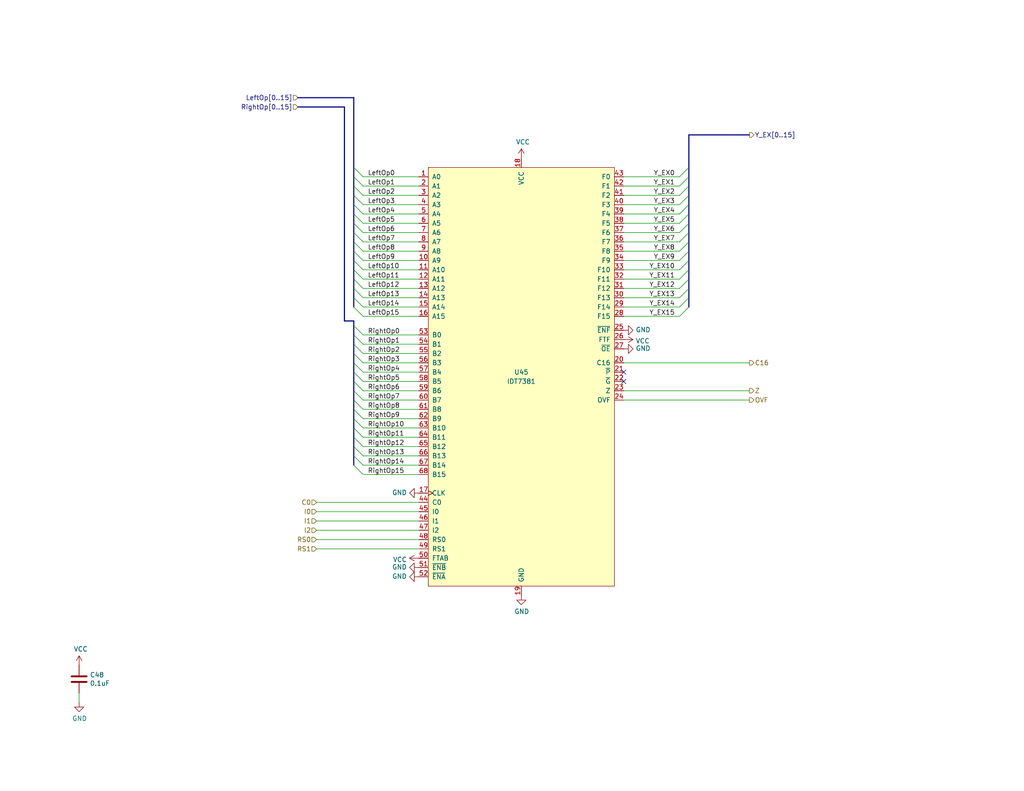
<source format=kicad_sch>
(kicad_sch (version 20250114) (generator "eeschema") (generator_version "9.0")
  (paper "USLetter")
  (title_block (title "ALU") (date "2025-07-01") (rev "A") (comment 2 "are latched in registers in other parts of the circuit.") (comment 3 "This is configured for pure combinatorial operation where operands and outputs") (comment 4 "The ALU is built around the IDT 7381 sixteen-bit monolithic ALU IC."))
  (lib_symbols
    (symbol "Device:C" (pin_numbers (hide yes)) (pin_names (offset 0.254))
      (property "Reference" "C" (at 0.635 2.54 0))
      (property "Value" "C" (at 0.635 -2.54 0))
      (symbol "C_0_1"
        (polyline (pts (xy -2.032 0.762) (xy 2.032 0.762)) (stroke (width 0.508)))
        (polyline (pts (xy -2.032 -0.762) (xy 2.032 -0.762)) (stroke (width 0.508)))
      )
      (symbol "C_1_1"
        (pin passive line (at 0 3.81 270) (length 2.794) (name "~") (number "1"))
        (pin passive line (at 0 -3.81 90) (length 2.794) (name "~") (number "2"))
      )
    )
    (symbol "Turtle16:IDT7381" (pin_names (offset 1.016))
      (symbol "IDT7381_0_1"
        (rectangle (start -25.4 57.15) (end 25.4 -57.15) (fill (type background)))
      )
      (symbol "IDT7381_1_1"
        (pin input line (at -27.94 54.61 0) (length 2.54) (name "A0") (number "1"))
        (pin input line (at -27.94 52.07 0) (length 2.54) (name "A1") (number "2"))
        (pin input line (at -27.94 49.53 0) (length 2.54) (name "A2") (number "3"))
        (pin input line (at -27.94 46.99 0) (length 2.54) (name "A3") (number "4"))
        (pin input line (at -27.94 44.45 0) (length 2.54) (name "A4") (number "5"))
        (pin input line (at -27.94 41.91 0) (length 2.54) (name "A5") (number "6"))
        (pin input line (at -27.94 39.37 0) (length 2.54) (name "A6") (number "7"))
        (pin input line (at -27.94 36.83 0) (length 2.54) (name "A7") (number "8"))
        (pin input line (at -27.94 34.29 0) (length 2.54) (name "A8") (number "9"))
        (pin input line (at -27.94 31.75 0) (length 2.54) (name "A9") (number "10"))
        (pin input line (at -27.94 29.21 0) (length 2.54) (name "A10") (number "11"))
        (pin input line (at -27.94 26.67 0) (length 2.54) (name "A11") (number "12"))
        (pin input line (at -27.94 24.13 0) (length 2.54) (name "A12") (number "13"))
        (pin input line (at -27.94 21.59 0) (length 2.54) (name "A13") (number "14"))
        (pin input line (at -27.94 19.05 0) (length 2.54) (name "A14") (number "15"))
        (pin input line (at -27.94 16.51 0) (length 2.54) (name "A15") (number "16"))
        (pin input line (at -27.94 11.43 0) (length 2.54) (name "B0") (number "53"))
        (pin input line (at -27.94 8.89 0) (length 2.54) (name "B1") (number "54"))
        (pin input line (at -27.94 6.35 0) (length 2.54) (name "B2") (number "55"))
        (pin input line (at -27.94 3.81 0) (length 2.54) (name "B3") (number "56"))
        (pin input line (at -27.94 1.27 0) (length 2.54) (name "B4") (number "57"))
        (pin input line (at -27.94 -1.27 0) (length 2.54) (name "B5") (number "58"))
        (pin input line (at -27.94 -3.81 0) (length 2.54) (name "B6") (number "59"))
        (pin input line (at -27.94 -6.35 0) (length 2.54) (name "B7") (number "60"))
        (pin input line (at -27.94 -8.89 0) (length 2.54) (name "B8") (number "61"))
        (pin input line (at -27.94 -11.43 0) (length 2.54) (name "B9") (number "62"))
        (pin input line (at -27.94 -13.97 0) (length 2.54) (name "B10") (number "63"))
        (pin input line (at -27.94 -16.51 0) (length 2.54) (name "B11") (number "64"))
        (pin input line (at -27.94 -19.05 0) (length 2.54) (name "B12") (number "65"))
        (pin input line (at -27.94 -21.59 0) (length 2.54) (name "B13") (number "66"))
        (pin input line (at -27.94 -24.13 0) (length 2.54) (name "B14") (number "67"))
        (pin input line (at -27.94 -26.67 0) (length 2.54) (name "B15") (number "68"))
        (pin input clock (at -27.94 -31.75 0) (length 2.54) (name "CLK") (number "17"))
        (pin input line (at -27.94 -34.29 0) (length 2.54) (name "C0") (number "44"))
        (pin input line (at -27.94 -36.83 0) (length 2.54) (name "I0") (number "45"))
        (pin input line (at -27.94 -39.37 0) (length 2.54) (name "I1") (number "46"))
        (pin input line (at -27.94 -41.91 0) (length 2.54) (name "I2") (number "47"))
        (pin input line (at -27.94 -44.45 0) (length 2.54) (name "RS0") (number "48"))
        (pin input line (at -27.94 -46.99 0) (length 2.54) (name "RS1") (number "49"))
        (pin input line (at -27.94 -49.53 0) (length 2.54) (name "FTAB") (number "50"))
        (pin input line (at -27.94 -52.07 0) (length 2.54) (name "~{ENB}") (number "51"))
        (pin input line (at -27.94 -54.61 0) (length 2.54) (name "~{ENA}") (number "52"))
        (pin power_in line (at 0 59.69 270) (length 2.54) (name "VCC") (number "18"))
        (pin power_in line (at 0 -59.69 90) (length 2.54) (name "GND") (number "19"))
        (pin tri_state line (at 27.94 54.61 180) (length 2.54) (name "F0") (number "43"))
        (pin tri_state line (at 27.94 52.07 180) (length 2.54) (name "F1") (number "42"))
        (pin tri_state line (at 27.94 49.53 180) (length 2.54) (name "F2") (number "41"))
        (pin tri_state line (at 27.94 46.99 180) (length 2.54) (name "F3") (number "40"))
        (pin tri_state line (at 27.94 44.45 180) (length 2.54) (name "F4") (number "39"))
        (pin tri_state line (at 27.94 41.91 180) (length 2.54) (name "F5") (number "38"))
        (pin tri_state line (at 27.94 39.37 180) (length 2.54) (name "F6") (number "37"))
        (pin tri_state line (at 27.94 36.83 180) (length 2.54) (name "F7") (number "36"))
        (pin tri_state line (at 27.94 34.29 180) (length 2.54) (name "F8") (number "35"))
        (pin tri_state line (at 27.94 31.75 180) (length 2.54) (name "F9") (number "34"))
        (pin tri_state line (at 27.94 29.21 180) (length 2.54) (name "F10") (number "33"))
        (pin tri_state line (at 27.94 26.67 180) (length 2.54) (name "F11") (number "32"))
        (pin tri_state line (at 27.94 24.13 180) (length 2.54) (name "F12") (number "31"))
        (pin tri_state line (at 27.94 21.59 180) (length 2.54) (name "F13") (number "30"))
        (pin tri_state line (at 27.94 19.05 180) (length 2.54) (name "F14") (number "29"))
        (pin tri_state line (at 27.94 16.51 180) (length 2.54) (name "F15") (number "28"))
        (pin input line (at 27.94 12.7 180) (length 2.54) (name "~{ENF}") (number "25"))
        (pin input line (at 27.94 10.16 180) (length 2.54) (name "FTF") (number "26"))
        (pin input line (at 27.94 7.62 180) (length 2.54) (name "~{OE}") (number "27"))
        (pin output line (at 27.94 3.81 180) (length 2.54) (name "C16") (number "20"))
        (pin output line (at 27.94 1.27 180) (length 2.54) (name "~{P}") (number "21"))
        (pin output line (at 27.94 -1.27 180) (length 2.54) (name "~{G}") (number "22"))
        (pin output line (at 27.94 -3.81 180) (length 2.54) (name "Z") (number "23"))
        (pin output line (at 27.94 -6.35 180) (length 2.54) (name "OVF") (number "24"))
      )
    )
    (symbol "power:GND" (power) (pin_numbers (hide yes)) (pin_names (offset 0) (hide yes))
      (property "Value" "GND" (at 0 -3.81 0))
      (symbol "GND_0_1"
        (polyline (pts (xy 0 0) (xy 0 -1.27) (xy 1.27 -1.27) (xy 0 -2.54) (xy -1.27 -1.27) (xy 0 -1.27)))
      )
      (symbol "GND_1_1"
        (pin power_in line (at 0 0 270) (length 0) (name "~") (number "1"))
      )
    )
    (symbol "power:VCC" (power) (pin_numbers (hide yes)) (pin_names (offset 0) (hide yes))
      (property "Value" "VCC" (at 0 3.556 0))
      (symbol "VCC_0_1"
        (polyline (pts (xy -0.762 1.27) (xy 0 2.54)))
        (polyline (pts (xy 0 2.54) (xy 0.762 1.27)))
        (polyline (pts (xy 0 0) (xy 0 2.54)))
      )
      (symbol "VCC_1_1"
        (pin power_in line (at 0 0 90) (length 0) (name "~") (number "1"))
      )
    )
  )
  (no_connect (at 170.18 104.14))
  (no_connect (at 170.18 101.6))
  (bus_entry (at 99.06 129.54) (size -2.54 -2.54))
  (bus_entry (at 99.06 66.04) (size -2.54 -2.54))
  (bus_entry (at 99.06 68.58) (size -2.54 -2.54))
  (bus_entry (at 99.06 99.06) (size -2.54 -2.54))
  (bus_entry (at 99.06 81.28) (size -2.54 -2.54))
  (bus_entry (at 99.06 63.5) (size -2.54 -2.54))
  (bus_entry (at 99.06 76.2) (size -2.54 -2.54))
  (bus_entry (at 99.06 55.88) (size -2.54 -2.54))
  (bus_entry (at 99.06 111.76) (size -2.54 -2.54))
  (bus_entry (at 99.06 93.98) (size -2.54 -2.54))
  (bus_entry (at 99.06 73.66) (size -2.54 -2.54))
  (bus_entry (at 99.06 127) (size -2.54 -2.54))
  (bus_entry (at 99.06 83.82) (size -2.54 -2.54))
  (bus_entry (at 99.06 71.12) (size -2.54 -2.54))
  (bus_entry (at 185.42 58.42) (size 2.54 -2.54))
  (bus_entry (at 99.06 48.26) (size -2.54 -2.54))
  (bus_entry (at 185.42 50.8) (size 2.54 -2.54))
  (bus_entry (at 99.06 58.42) (size -2.54 -2.54))
  (bus_entry (at 185.42 83.82) (size 2.54 -2.54))
  (bus_entry (at 99.06 50.8) (size -2.54 -2.54))
  (bus_entry (at 99.06 86.36) (size -2.54 -2.54))
  (bus_entry (at 99.06 78.74) (size -2.54 -2.54))
  (bus_entry (at 185.42 55.88) (size 2.54 -2.54))
  (bus_entry (at 99.06 104.14) (size -2.54 -2.54))
  (bus_entry (at 99.06 121.92) (size -2.54 -2.54))
  (bus_entry (at 99.06 101.6) (size -2.54 -2.54))
  (bus_entry (at 99.06 60.96) (size -2.54 -2.54))
  (bus_entry (at 185.42 78.74) (size 2.54 -2.54))
  (bus_entry (at 99.06 96.52) (size -2.54 -2.54))
  (bus_entry (at 99.06 106.68) (size -2.54 -2.54))
  (bus_entry (at 99.06 116.84) (size -2.54 -2.54))
  (bus_entry (at 99.06 124.46) (size -2.54 -2.54))
  (bus_entry (at 99.06 53.34) (size -2.54 -2.54))
  (bus_entry (at 185.42 76.2) (size 2.54 -2.54))
  (bus_entry (at 185.42 53.34) (size 2.54 -2.54))
  (bus_entry (at 185.42 71.12) (size 2.54 -2.54))
  (bus_entry (at 185.42 73.66) (size 2.54 -2.54))
  (bus_entry (at 99.06 119.38) (size -2.54 -2.54))
  (bus_entry (at 185.42 66.04) (size 2.54 -2.54))
  (bus_entry (at 185.42 81.28) (size 2.54 -2.54))
  (bus_entry (at 185.42 86.36) (size 2.54 -2.54))
  (bus_entry (at 185.42 68.58) (size 2.54 -2.54))
  (bus_entry (at 99.06 109.22) (size -2.54 -2.54))
  (bus_entry (at 185.42 63.5) (size 2.54 -2.54))
  (bus_entry (at 185.42 60.96) (size 2.54 -2.54))
  (bus_entry (at 99.06 114.3) (size -2.54 -2.54))
  (bus_entry (at 99.06 91.44) (size -2.54 -2.54))
  (bus_entry (at 185.42 48.26) (size 2.54 -2.54))
  (bus (pts (xy 187.96 63.5) (xy 187.96 66.04)))
  (bus (pts (xy 96.52 76.2) (xy 96.52 78.74)))
  (wire (pts (xy 185.42 58.42) (xy 170.18 58.42)))
  (wire (pts (xy 99.06 106.68) (xy 114.3 106.68)))
  (bus (pts (xy 187.96 78.74) (xy 187.96 81.28)))
  (wire (pts (xy 21.59 191.77) (xy 21.59 189.23)))
  (wire (pts (xy 185.42 48.26) (xy 170.18 48.26)))
  (bus (pts (xy 187.96 48.26) (xy 187.96 50.8)))
  (wire (pts (xy 185.42 60.96) (xy 170.18 60.96)))
  (wire (pts (xy 170.18 109.22) (xy 204.47 109.22)))
  (bus (pts (xy 187.96 68.58) (xy 187.96 71.12)))
  (bus (pts (xy 187.96 55.88) (xy 187.96 58.42)))
  (wire (pts (xy 185.42 83.82) (xy 170.18 83.82)))
  (bus (pts (xy 96.52 81.28) (xy 96.52 83.82)))
  (wire (pts (xy 99.06 76.2) (xy 114.3 76.2)))
  (bus (pts (xy 93.98 87.63) (xy 96.52 87.63)))
  (bus (pts (xy 187.96 45.72) (xy 187.96 48.26)))
  (bus (pts (xy 187.96 58.42) (xy 187.96 60.96)))
  (bus (pts (xy 96.52 71.12) (xy 96.52 73.66)))
  (bus (pts (xy 96.52 96.52) (xy 96.52 99.06)))
  (wire (pts (xy 99.06 83.82) (xy 114.3 83.82)))
  (bus (pts (xy 96.52 55.88) (xy 96.52 58.42)))
  (bus (pts (xy 96.52 26.67) (xy 96.52 45.72)))
  (wire (pts (xy 185.42 63.5) (xy 170.18 63.5)))
  (wire (pts (xy 99.06 63.5) (xy 114.3 63.5)))
  (wire (pts (xy 99.06 68.58) (xy 114.3 68.58)))
  (wire (pts (xy 114.3 142.24) (xy 86.36 142.24)))
  (wire (pts (xy 185.42 76.2) (xy 170.18 76.2)))
  (wire (pts (xy 99.06 99.06) (xy 114.3 99.06)))
  (bus (pts (xy 96.52 101.6) (xy 96.52 104.14)))
  (wire (pts (xy 99.06 73.66) (xy 114.3 73.66)))
  (wire (pts (xy 99.06 50.8) (xy 114.3 50.8)))
  (bus (pts (xy 96.52 111.76) (xy 96.52 114.3)))
  (wire (pts (xy 185.42 66.04) (xy 170.18 66.04)))
  (bus (pts (xy 96.52 58.42) (xy 96.52 60.96)))
  (bus (pts (xy 96.52 63.5) (xy 96.52 66.04)))
  (bus (pts (xy 187.96 73.66) (xy 187.96 76.2)))
  (bus (pts (xy 96.52 60.96) (xy 96.52 63.5)))
  (wire (pts (xy 99.06 78.74) (xy 114.3 78.74)))
  (wire (pts (xy 99.06 109.22) (xy 114.3 109.22)))
  (wire (pts (xy 99.06 58.42) (xy 114.3 58.42)))
  (bus (pts (xy 96.52 99.06) (xy 96.52 101.6)))
  (bus (pts (xy 96.52 50.8) (xy 96.52 53.34)))
  (wire (pts (xy 185.42 86.36) (xy 170.18 86.36)))
  (wire (pts (xy 185.42 53.34) (xy 170.18 53.34)))
  (bus (pts (xy 96.52 66.04) (xy 96.52 68.58)))
  (bus (pts (xy 96.52 119.38) (xy 96.52 121.92)))
  (wire (pts (xy 99.06 71.12) (xy 114.3 71.12)))
  (wire (pts (xy 99.06 116.84) (xy 114.3 116.84)))
  (bus (pts (xy 96.52 87.63) (xy 96.52 88.9)))
  (bus (pts (xy 96.52 68.58) (xy 96.52 71.12)))
  (bus (pts (xy 96.52 48.26) (xy 96.52 50.8)))
  (wire (pts (xy 99.06 124.46) (xy 114.3 124.46)))
  (wire (pts (xy 99.06 101.6) (xy 114.3 101.6)))
  (bus (pts (xy 187.96 76.2) (xy 187.96 78.74)))
  (wire (pts (xy 185.42 73.66) (xy 170.18 73.66)))
  (wire (pts (xy 99.06 121.92) (xy 114.3 121.92)))
  (wire (pts (xy 99.06 48.26) (xy 114.3 48.26)))
  (wire (pts (xy 99.06 91.44) (xy 114.3 91.44)))
  (bus (pts (xy 96.52 124.46) (xy 96.52 127)))
  (bus (pts (xy 96.52 93.98) (xy 96.52 96.52)))
  (bus (pts (xy 187.96 36.83) (xy 187.96 45.72)))
  (bus (pts (xy 96.52 116.84) (xy 96.52 119.38)))
  (bus (pts (xy 96.52 88.9) (xy 96.52 91.44)))
  (bus (pts (xy 96.52 73.66) (xy 96.52 76.2)))
  (wire (pts (xy 99.06 111.76) (xy 114.3 111.76)))
  (wire (pts (xy 99.06 93.98) (xy 114.3 93.98)))
  (bus (pts (xy 96.52 104.14) (xy 96.52 106.68)))
  (wire (pts (xy 170.18 106.68) (xy 204.47 106.68)))
  (wire (pts (xy 99.06 81.28) (xy 114.3 81.28)))
  (bus (pts (xy 96.52 78.74) (xy 96.52 81.28)))
  (wire (pts (xy 99.06 127) (xy 114.3 127)))
  (bus (pts (xy 96.52 45.72) (xy 96.52 48.26)))
  (bus (pts (xy 204.47 36.83) (xy 187.96 36.83)))
  (bus (pts (xy 187.96 50.8) (xy 187.96 53.34)))
  (wire (pts (xy 185.42 68.58) (xy 170.18 68.58)))
  (bus (pts (xy 187.96 71.12) (xy 187.96 73.66)))
  (bus (pts (xy 187.96 66.04) (xy 187.96 68.58)))
  (wire (pts (xy 99.06 66.04) (xy 114.3 66.04)))
  (bus (pts (xy 96.52 53.34) (xy 96.52 55.88)))
  (wire (pts (xy 185.42 50.8) (xy 170.18 50.8)))
  (bus (pts (xy 96.52 109.22) (xy 96.52 111.76)))
  (wire (pts (xy 99.06 86.36) (xy 114.3 86.36)))
  (bus (pts (xy 187.96 81.28) (xy 187.96 83.82)))
  (bus (pts (xy 93.98 29.21) (xy 93.98 87.63)))
  (wire (pts (xy 185.42 81.28) (xy 170.18 81.28)))
  (bus (pts (xy 96.52 106.68) (xy 96.52 109.22)))
  (wire (pts (xy 99.06 96.52) (xy 114.3 96.52)))
  (wire (pts (xy 185.42 78.74) (xy 170.18 78.74)))
  (bus (pts (xy 96.52 114.3) (xy 96.52 116.84)))
  (wire (pts (xy 86.36 137.16) (xy 114.3 137.16)))
  (bus (pts (xy 96.52 121.92) (xy 96.52 124.46)))
  (wire (pts (xy 99.06 114.3) (xy 114.3 114.3)))
  (wire (pts (xy 99.06 119.38) (xy 114.3 119.38)))
  (wire (pts (xy 99.06 104.14) (xy 114.3 104.14)))
  (wire (pts (xy 99.06 55.88) (xy 114.3 55.88)))
  (wire (pts (xy 114.3 144.78) (xy 86.36 144.78)))
  (wire (pts (xy 99.06 60.96) (xy 114.3 60.96)))
  (wire (pts (xy 114.3 147.32) (xy 86.36 147.32)))
  (wire (pts (xy 114.3 139.7) (xy 86.36 139.7)))
  (wire (pts (xy 170.18 99.06) (xy 204.47 99.06)))
  (bus (pts (xy 93.98 29.21) (xy 81.28 29.21)))
  (wire (pts (xy 114.3 149.86) (xy 86.36 149.86)))
  (wire (pts (xy 99.06 129.54) (xy 114.3 129.54)))
  (wire (pts (xy 99.06 53.34) (xy 114.3 53.34)))
  (wire (pts (xy 185.42 55.88) (xy 170.18 55.88)))
  (bus (pts (xy 96.52 91.44) (xy 96.52 93.98)))
  (wire (pts (xy 185.42 71.12) (xy 170.18 71.12)))
  (bus (pts (xy 187.96 53.34) (xy 187.96 55.88)))
  (bus (pts (xy 96.52 26.67) (xy 81.28 26.67)))
  (bus (pts (xy 187.96 60.96) (xy 187.96 63.5)))
  (label "RightOp13" (at 100.33 124.46 0))
  (label "RightOp2" (at 100.33 96.52 0))
  (label "Y_EX6" (at 184.15 63.5 180))
  (label "Y_EX3" (at 184.15 55.88 180))
  (label "Y_EX14" (at 184.15 83.82 180))
  (label "Y_EX13" (at 184.15 81.28 180))
  (label "Y_EX11" (at 184.15 76.2 180))
  (label "RightOp14" (at 100.33 127 0))
  (label "LeftOp11" (at 100.33 76.2 0))
  (label "LeftOp15" (at 100.33 86.36 0))
  (label "LeftOp0" (at 100.33 48.26 0))
  (label "Y_EX5" (at 184.15 60.96 180))
  (label "RightOp3" (at 100.33 99.06 0))
  (label "LeftOp9" (at 100.33 71.12 0))
  (label "RightOp1" (at 100.33 93.98 0))
  (label "RightOp11" (at 100.33 119.38 0))
  (label "LeftOp6" (at 100.33 63.5 0))
  (label "LeftOp13" (at 100.33 81.28 0))
  (label "LeftOp10" (at 100.33 73.66 0))
  (label "RightOp0" (at 100.33 91.44 0))
  (label "RightOp5" (at 100.33 104.14 0))
  (label "Y_EX10" (at 184.15 73.66 180))
  (label "RightOp7" (at 100.33 109.22 0))
  (label "LeftOp1" (at 100.33 50.8 0))
  (label "Y_EX4" (at 184.15 58.42 180))
  (label "Y_EX9" (at 184.15 71.12 180))
  (label "Y_EX7" (at 184.15 66.04 180))
  (label "Y_EX1" (at 184.15 50.8 180))
  (label "LeftOp12" (at 100.33 78.74 0))
  (label "Y_EX8" (at 184.15 68.58 180))
  (label "Y_EX2" (at 184.15 53.34 180))
  (label "Y_EX12" (at 184.15 78.74 180))
  (label "RightOp10" (at 100.33 116.84 0))
  (label "LeftOp4" (at 100.33 58.42 0))
  (label "LeftOp14" (at 100.33 83.82 0))
  (label "LeftOp3" (at 100.33 55.88 0))
  (label "RightOp9" (at 100.33 114.3 0))
  (label "Y_EX0" (at 184.15 48.26 180))
  (label "Y_EX15" (at 184.15 86.36 180))
  (label "LeftOp2" (at 100.33 53.34 0))
  (label "LeftOp5" (at 100.33 60.96 0))
  (label "RightOp12" (at 100.33 121.92 0))
  (label "RightOp4" (at 100.33 101.6 0))
  (label "RightOp8" (at 100.33 111.76 0))
  (label "RightOp6" (at 100.33 106.68 0))
  (label "RightOp15" (at 100.33 129.54 0))
  (label "LeftOp8" (at 100.33 68.58 0))
  (label "LeftOp7" (at 100.33 66.04 0))
  (hierarchical_label "Y_EX[0..15]" (shape output) (at 204.47 36.83 0))
  (hierarchical_label "RS0" (shape input) (at 86.36 147.32 180))
  (hierarchical_label "Z" (shape output) (at 204.47 106.68 0))
  (hierarchical_label "RightOp[0..15]" (shape input) (at 81.28 29.21 180))
  (hierarchical_label "RS1" (shape input) (at 86.36 149.86 180))
  (hierarchical_label "I1" (shape input) (at 86.36 142.24 180))
  (hierarchical_label "I2" (shape input) (at 86.36 144.78 180))
  (hierarchical_label "C16" (shape output) (at 204.47 99.06 0))
  (hierarchical_label "LeftOp[0..15]" (shape input) (at 81.28 26.67 180))
  (hierarchical_label "C0" (shape input) (at 86.36 137.16 180))
  (hierarchical_label "I0" (shape input) (at 86.36 139.7 180))
  (hierarchical_label "OVF" (shape output) (at 204.47 109.22 0))
  (symbol (lib_id "Device:C") (at 21.59 185.42 0) (unit 1)
    (property "Reference" "C48" (at 24.511 184.2516 0) (effects (justify left)))
    (property "Value" "0.1uF" (at 24.511 186.563 0) (effects (justify left)))
    (property "Footprint" "Capacitor_SMD:C_0603_1608Metric" (effects (hide yes)))
    (property "Datasheet" "https://www.mouser.com/datasheet/2/396/taiyo_yuden_12132018_mlcc11_hq_e-1510082.pdf" (effects (hide yes)))
    (property "Manufacturer" "Taiyo Yuden" (effects (hide yes)))
    (property "Manufacturer#" "EMK107B7104KAHT" (effects (hide yes)))
    (property "Mouser#" "963-EMK107B7104KAHT" (effects (hide yes)))
    (property "Digikey#" "587-6004-1-ND" (effects (hide yes)))
  )
  (symbol (lib_id "power:VCC") (at 21.59 181.61 0) (unit 1)
    (property "Reference" "#PWR0301" (effects (hide yes)))
    (property "Value" "VCC" (at 22.0218 177.2158 0))
    (property "Description" "Power symbol creates a global label with name \"VCC\"" (effects (hide yes)))
  )
  (symbol (lib_id "power:GND") (at 21.59 191.77 0) (unit 1)
    (property "Reference" "#PWR0302" (effects (hide yes)))
    (property "Value" "GND" (at 21.717 196.1642 0))
    (property "Description" "Power symbol creates a global label with name \"GND\" , ground" (effects (hide yes)))
  )
  (symbol (lib_id "Turtle16:IDT7381") (at 142.24 102.87 0) (unit 1)
    (property "Reference" "U45" (at 142.24 101.6 0))
    (property "Value" "IDT7381" (at 142.24 104.14 0))
    (property "Footprint" "Package_LCC:PLCC-68_SMD-Socket" (effects (hide yes)))
    (property "Datasheet" "https://www.mouser.com/datasheet/2/1/62074255ead63bd7ee299038194cccf20f500ef4-2950939.pdf" (effects (hide yes)))
    (property "Manufacturer" "3M" (effects (hide yes)))
    (property "Manufacturer#" "8468-21B1-RK-TP" (effects (hide yes)))
    (property "Mouser#" "517-8468-21B1-RK-TP" (effects (hide yes)))
    (property "Digikey#" "3M6821B1-ND" (effects (hide yes)))
  )
  (symbol (lib_id "power:VCC") (at 142.24 43.18 0) (unit 1)
    (property "Reference" "#PWR0307" (effects (hide yes)))
    (property "Value" "VCC" (at 142.6718 38.7858 0))
    (property "Description" "Power symbol creates a global label with name \"VCC\"" (effects (hide yes)))
  )
  (symbol (lib_id "power:GND") (at 142.24 162.56 0) (unit 1)
    (property "Reference" "#PWR0308" (effects (hide yes)))
    (property "Value" "GND" (at 142.367 166.9542 0))
    (property "Description" "Power symbol creates a global label with name \"GND\" , ground" (effects (hide yes)))
  )
  (symbol (lib_id "power:GND") (at 170.18 90.17 90) (unit 1)
    (property "Reference" "#PWR0309" (effects (hide yes)))
    (property "Value" "GND" (at 173.4312 90.043 90) (effects (justify right)))
    (property "Description" "Power symbol creates a global label with name \"GND\" , ground" (effects (hide yes)))
  )
  (symbol (lib_id "power:GND") (at 114.3 154.94 270) (mirror x) (unit 1)
    (property "Reference" "#PWR0305" (effects (hide yes)))
    (property "Value" "GND" (at 111.0488 154.813 90) (effects (justify right)))
    (property "Description" "Power symbol creates a global label with name \"GND\" , ground" (effects (hide yes)))
  )
  (symbol (lib_id "power:GND") (at 114.3 157.48 270) (mirror x) (unit 1)
    (property "Reference" "#PWR0306" (effects (hide yes)))
    (property "Value" "GND" (at 111.0488 157.353 90) (effects (justify right)))
    (property "Description" "Power symbol creates a global label with name \"GND\" , ground" (effects (hide yes)))
  )
  (symbol (lib_id "power:VCC") (at 170.18 92.71 270) (unit 1)
    (property "Reference" "#PWR0310" (effects (hide yes)))
    (property "Value" "VCC" (at 173.4312 93.091 90) (effects (justify left)))
    (property "Description" "Power symbol creates a global label with name \"VCC\"" (effects (hide yes)))
  )
  (symbol (lib_id "power:GND") (at 114.3 134.62 270) (mirror x) (unit 1)
    (property "Reference" "#PWR0303" (effects (hide yes)))
    (property "Value" "GND" (at 111.0488 134.493 90) (effects (justify right)))
    (property "Description" "Power symbol creates a global label with name \"GND\" , ground" (effects (hide yes)))
  )
  (symbol (lib_id "power:VCC") (at 114.3 152.4 90) (mirror x) (unit 1)
    (property "Reference" "#PWR0304" (effects (hide yes)))
    (property "Value" "VCC" (at 111.0488 152.781 90) (effects (justify left)))
    (property "Description" "Power symbol creates a global label with name \"VCC\"" (effects (hide yes)))
  )
  (symbol (lib_id "power:GND") (at 170.18 95.25 90) (unit 1)
    (property "Reference" "#PWR0311" (effects (hide yes)))
    (property "Value" "GND" (at 173.4312 95.123 90) (effects (justify right)))
    (property "Description" "Power symbol creates a global label with name \"GND\" , ground" (effects (hide yes)))
  )
)
</source>
